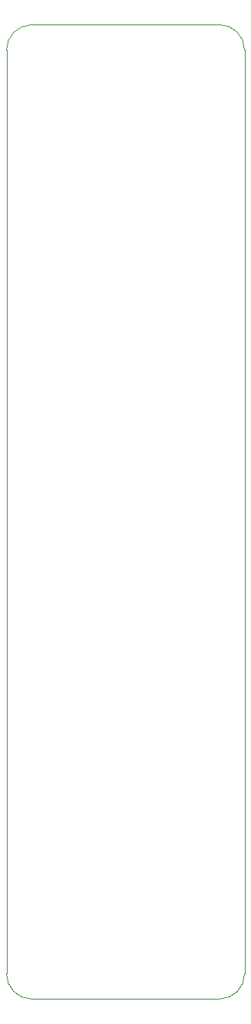
<source format=gm1>
G04 #@! TF.GenerationSoftware,KiCad,Pcbnew,5.1.3-ffb9f22~84~ubuntu16.04.1*
G04 #@! TF.CreationDate,2019-07-25T12:18:42-04:00*
G04 #@! TF.ProjectId,lightbox_pcb,6c696768-7462-46f7-985f-7063622e6b69,rev?*
G04 #@! TF.SameCoordinates,Original*
G04 #@! TF.FileFunction,Profile,NP*
%FSLAX46Y46*%
G04 Gerber Fmt 4.6, Leading zero omitted, Abs format (unit mm)*
G04 Created by KiCad (PCBNEW 5.1.3-ffb9f22~84~ubuntu16.04.1) date 2019-07-25 12:18:42*
%MOMM*%
%LPD*%
G04 APERTURE LIST*
%ADD10C,0.050000*%
%ADD11C,0.120000*%
G04 APERTURE END LIST*
D10*
X158877000Y-46990000D02*
X163322000Y-46990000D01*
X166116000Y-152146000D02*
X166116000Y-49784000D01*
X163322000Y-154940000D02*
X142494000Y-154940000D01*
X139700000Y-152146000D02*
X139700000Y-49784000D01*
X142494000Y-46990000D02*
X158877000Y-46990000D01*
D11*
X166116000Y-152146000D02*
G75*
G02X163322000Y-154940000I-2794000J0D01*
G01*
X139700000Y-49784000D02*
G75*
G02X142494000Y-46990000I2794000J0D01*
G01*
X163322000Y-46990000D02*
G75*
G02X166116000Y-49784000I0J-2794000D01*
G01*
X142494000Y-154940000D02*
G75*
G02X139700000Y-152146000I0J2794000D01*
G01*
M02*

</source>
